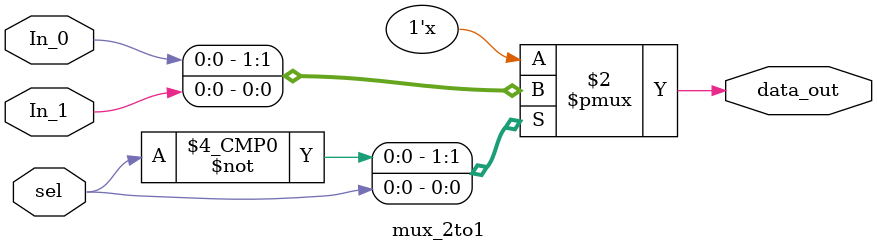
<source format=sv>
module mux_2to1(
	input logic sel,
	input logic In_0,
	input logic In_1,
	output logic data_out);
	
	// Multiplexor 2 a 1
	
	always_comb begin
		case (sel)
			1'b0: begin
				data_out <= In_0;
			end
			1'b1: begin
				data_out <= In_1;
			end			
		endcase
	end
endmodule
</source>
